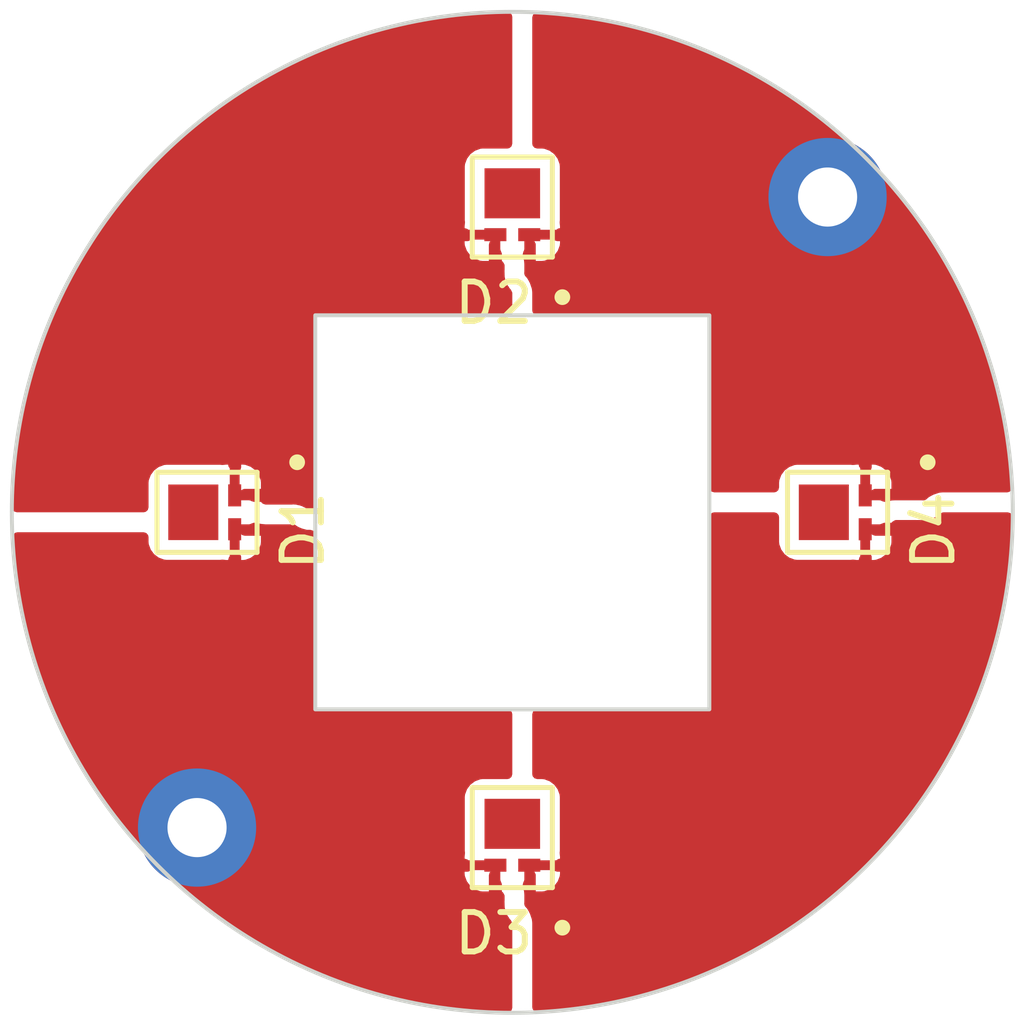
<source format=kicad_pcb>
(kicad_pcb (version 20221018) (generator pcbnew)
  (layers (0 "F.Cu" signal) (31 "B.Cu" signal) (34 "B.Paste" user) (35 "F.Paste" user) (36 "B.SilkS" user "B.Silkscreen") (37 "F.SilkS" user "F.Silkscreen") (38 "B.Mask" user) (39 "F.Mask" user) (44 "Edge.Cuts" user))
  (net 0 "")
  (net 1 "Net-(D1-Pad1)")
  (net 3 "/Vin")
  (net 4 "/GND")
  (net 6 "Net-(D3-Pad1)")
  (footprint "SST-10-IRD-B130-S940:XLAMP XE-G" (layer "F.Cu") (at 100 92 180)
    (fp_text reference "D2" (at 0.47 -2.688) (layer "F.SilkS"))
    (fp_text value "SST-10-IRD-B130-S940")
    (fp_line (start -1.016 -1.524) (end 1.016 -1.524) (stroke (width 0.127)) (layer "F.SilkS"))
    (fp_line (start -1.016 1.016) (end -1.016 -1.524) (stroke (width 0.127)) (layer "F.SilkS"))
    (fp_line (start 1.016 -1.524) (end 1.016 1.016) (stroke (width 0.127)) (layer "F.SilkS"))
    (fp_line (start 1.016 1.016) (end -1.016 1.016) (stroke (width 0.127)) (layer "F.SilkS"))
    (fp_circle (center -1.27 -2.54) (end -1.17 -2.54) (stroke (width 0.2)) (fill none) (layer "F.SilkS"))
    (pad "1" smd rect (at -0.43 -0.955 180) (size 0.56 0.33) (layers "F.Cu" "F.Paste" "F.Mask") (net 4 "/GND"))
    (pad "2" smd rect (at 0.43 -0.955 180) (size 0.56 0.33) (layers "F.Cu" "F.Paste" "F.Mask") (net 1 "Net-(D1-Pad1)"))
    (pad "3" smd rect (at 0 0.095 180) (size 1.41 1.27) (layers "F.Cu" "F.Mask"))
  )
  (footprint "SST-10-IRD-B130-S940:XLAMP XE-G" (layer "F.Cu") (at 108 100 -90)
    (fp_text reference "D4" (at 0.47 -2.688 90) (layer "F.SilkS"))
    (fp_text value "SST-10-IRD-B130-S940")
    (fp_line (start -1.016 -1.524) (end 1.016 -1.524) (stroke (width 0.127)) (layer "F.SilkS"))
    (fp_line (start -1.016 1.016) (end -1.016 -1.524) (stroke (width 0.127)) (layer "F.SilkS"))
    (fp_line (start 1.016 -1.524) (end 1.016 1.016) (stroke (width 0.127)) (layer "F.SilkS"))
    (fp_line (start 1.016 1.016) (end -1.016 1.016) (stroke (width 0.127)) (layer "F.SilkS"))
    (fp_circle (center -1.27 -2.54) (end -1.17 -2.54) (stroke (width 0.2)) (fill none) (layer "F.SilkS"))
    (pad "1" smd rect (at -0.43 -0.955 270) (size 0.56 0.33) (layers "F.Cu" "F.Paste" "F.Mask") (net 4 "/GND"))
    (pad "2" smd rect (at 0.43 -0.955 270) (size 0.56 0.33) (layers "F.Cu" "F.Paste" "F.Mask") (net 6 "Net-(D3-Pad1)"))
    (pad "3" smd rect (at 0 0.095 270) (size 1.41 1.27) (layers "F.Cu" "F.Mask"))
  )
  (footprint "SST-10-IRD-B130-S940:XLAMP XE-G" (layer "F.Cu") (at 92 100 -90)
    (fp_text reference "D1" (at 0.47 -2.688 90) (layer "F.SilkS"))
    (fp_text value "SST-10-IRD-B130-S940")
    (fp_line (start -1.016 -1.524) (end 1.016 -1.524) (stroke (width 0.127)) (layer "F.SilkS"))
    (fp_line (start -1.016 1.016) (end -1.016 -1.524) (stroke (width 0.127)) (layer "F.SilkS"))
    (fp_line (start 1.016 -1.524) (end 1.016 1.016) (stroke (width 0.127)) (layer "F.SilkS"))
    (fp_line (start 1.016 1.016) (end -1.016 1.016) (stroke (width 0.127)) (layer "F.SilkS"))
    (fp_circle (center -1.27 -2.54) (end -1.17 -2.54) (stroke (width 0.2)) (fill none) (layer "F.SilkS"))
    (pad "1" smd rect (at -0.43 -0.955 270) (size 0.56 0.33) (layers "F.Cu" "F.Paste" "F.Mask") (net 1 "Net-(D1-Pad1)"))
    (pad "2" smd rect (at 0.43 -0.955 270) (size 0.56 0.33) (layers "F.Cu" "F.Paste" "F.Mask") (net 3 "/Vin"))
    (pad "3" smd rect (at 0 0.095 270) (size 1.41 1.27) (layers "F.Cu" "F.Mask"))
  )
  (footprint "SST-10-IRD-B130-S940:XLAMP XE-G" (layer "F.Cu") (at 100 108 180)
    (fp_text reference "D3" (at 0.47 -2.688) (layer "F.SilkS"))
    (fp_text value "SST-10-IRD-B130-S940")
    (fp_line (start -1.016 -1.524) (end 1.016 -1.524) (stroke (width 0.127)) (layer "F.SilkS"))
    (fp_line (start -1.016 1.016) (end -1.016 -1.524) (stroke (width 0.127)) (layer "F.SilkS"))
    (fp_line (start 1.016 -1.524) (end 1.016 1.016) (stroke (width 0.127)) (layer "F.SilkS"))
    (fp_line (start 1.016 1.016) (end -1.016 1.016) (stroke (width 0.127)) (layer "F.SilkS"))
    (fp_circle (center -1.27 -2.54) (end -1.17 -2.54) (stroke (width 0.2)) (fill none) (layer "F.SilkS"))
    (pad "1" smd rect (at -0.43 -0.955 180) (size 0.56 0.33) (layers "F.Cu" "F.Paste" "F.Mask") (net 6 "Net-(D3-Pad1)"))
    (pad "2" smd rect (at 0.43 -0.955 180) (size 0.56 0.33) (layers "F.Cu" "F.Paste" "F.Mask") (net 3 "/Vin"))
    (pad "3" smd rect (at 0 0.095 180) (size 1.41 1.27) (layers "F.Cu" "F.Mask"))
  )
  (gr_rect (start 95 95) (end 105 105) (stroke (width 0.1)) (fill none) (layer "Edge.Cuts"))
  (gr_circle (center 100 100) (end 112.7 100) (stroke (width 0.1)) (fill none) (layer "Edge.Cuts"))
  (segment (start 99.57 92.955) (end 99.57 93.93) (width 0.25) (layer "F.Cu") (net 1))
  (segment (start 92.955 98.545) (end 93 98.5) (width 0.25) (layer "F.Cu") (net 1))
  (segment (start 92.955 99.57) (end 92.955 98.545) (width 0.25) (layer "F.Cu") (net 1))
  (segment (start 99.57 93.93) (end 99.5 94) (width 0.25) (layer "F.Cu") (net 1))
  (segment (start 98.045 92.955) (end 98 93) (width 0.25) (layer "F.Cu") (net 1))
  (segment (start 93.93 99.57) (end 94 99.5) (width 0.25) (layer "F.Cu") (net 1))
  (segment (start 92.955 99.57) (end 93.93 99.57) (width 0.25) (layer "F.Cu") (net 1))
  (segment (start 99.57 92.955) (end 98.045 92.955) (width 0.25) (layer "F.Cu") (net 1))
  (segment (start 99.57 108.955) (end 98.545 108.955) (width 0.25) (layer "F.Cu") (net 3))
  (segment (start 94.43 100.43) (end 94.5 100.5) (width 0.25) (layer "F.Cu") (net 3))
  (segment (start 98.545 108.955) (end 98.5 109) (width 0.25) (layer "F.Cu") (net 3))
  (segment (start 92.955 100.43) (end 94.43 100.43) (width 0.25) (layer "F.Cu") (net 3))
  (segment (start 92.955 100.43) (end 92.955 102.455) (width 0.25) (layer "F.Cu") (net 3))
  (segment (start 99.57 108.955) (end 99.57 109.93) (width 0.25) (layer "F.Cu") (net 3))
  (segment (start 99.57 109.93) (end 99.5 110) (width 0.25) (layer "F.Cu") (net 3))
  (segment (start 92.955 102.455) (end 93 102.5) (width 0.25) (layer "F.Cu") (net 3))
  (via (at 92 108) (size 3) (drill 1.5) (layers "F.Cu" "B.Cu") (net 3))
  (segment (start 100.43 92.955) (end 100.43 93.93) (width 0.25) (layer "F.Cu") (net 4))
  (segment (start 108.955 99.57) (end 110.43 99.57) (width 0.25) (layer "F.Cu") (net 4))
  (segment (start 108.955 98.545) (end 109 98.5) (width 0.25) (layer "F.Cu") (net 4))
  (segment (start 100.43 93.93) (end 100.5 94) (width 0.25) (layer "F.Cu") (net 4))
  (segment (start 100.43 92.955) (end 101.955 92.955) (width 0.25) (layer "F.Cu") (net 4))
  (segment (start 110.43 99.57) (end 110.5 99.5) (width 0.25) (layer "F.Cu") (net 4))
  (segment (start 101.955 92.955) (end 102 93) (width 0.25) (layer "F.Cu") (net 4))
  (segment (start 108.955 99.57) (end 108.955 98.545) (width 0.25) (layer "F.Cu") (net 4))
  (via (at 108 92) (size 3) (drill 1.5) (layers "F.Cu" "B.Cu") (net 4))
  (segment (start 100.43 108.955) (end 100.43 109.93) (width 0.25) (layer "F.Cu") (net 6))
  (segment (start 108.955 101.455) (end 109 101.5) (width 0.25) (layer "F.Cu") (net 6))
  (segment (start 101.955 108.955) (end 102 109) (width 0.25) (layer "F.Cu") (net 6))
  (segment (start 109.93 100.43) (end 110 100.5) (width 0.25) (layer "F.Cu") (net 6))
  (segment (start 100.43 108.955) (end 101.955 108.955) (width 0.25) (layer "F.Cu") (net 6))
  (segment (start 108.955 100.43) (end 109.93 100.43) (width 0.25) (layer "F.Cu") (net 6))
  (segment (start 108.955 100.43) (end 108.955 101.455) (width 0.25) (layer "F.Cu") (net 6))
  (segment (start 100.43 109.93) (end 100.5 110) (width 0.25) (layer "F.Cu") (net 6))
  (zone (net 1) (net_name "Net-(D1-Pad1)") (layer "F.Cu") (priority 3) (connect_pads (clearance 0.5)) (min_thickness 0.25) (fill yes (thermal_gap 0.5) (thermal_bridge_width 0.5))
    (polygon (pts (xy 100 100) (xy 100 87) (xy 87 87) (xy 87 100)))
  )
  (zone (net 4) (net_name "/GND") (layer "F.Cu") (connect_pads (clearance 0.5)) (min_thickness 0.25) (fill yes (thermal_gap 0.5) (thermal_bridge_width 0.5))
    (polygon (pts (xy 100 100) (xy 100 87) (xy 113 87) (xy 113 100)))
  )
  (zone (net 3) (net_name "/Vin") (layer "F.Cu") (priority 2) (connect_pads (clearance 0.5)) (min_thickness 0.25) (fill yes (thermal_gap 0.5) (thermal_bridge_width 0.5))
    (polygon (pts (xy 100 100) (xy 100 113) (xy 87 113) (xy 87 100)))
  )
  (zone (net 6) (net_name "Net-(D3-Pad1)") (layer "F.Cu") (priority 1) (connect_pads (clearance 0.5)) (min_thickness 0.25) (fill yes (thermal_gap 0.5) (thermal_bridge_width 0.5))
    (polygon (pts (xy 100 100) (xy 113 100) (xy 113 113) (xy 100 113)))
  )
)
</source>
